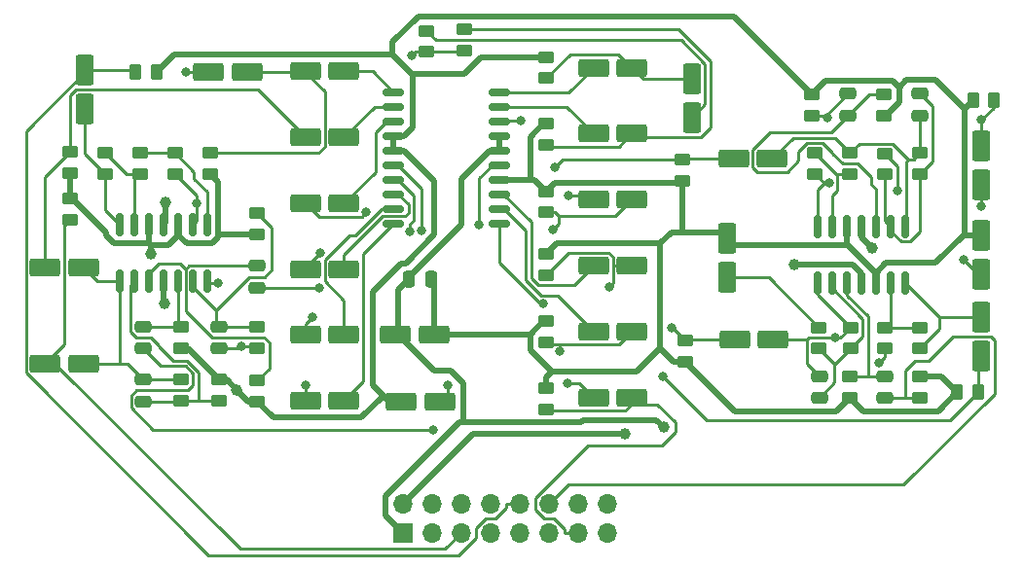
<source format=gtl>
G04 #@! TF.GenerationSoftware,KiCad,Pcbnew,7.0.1-0*
G04 #@! TF.CreationDate,2023-12-28T14:24:05+01:00*
G04 #@! TF.ProjectId,parallel_trail,70617261-6c6c-4656-9c5f-747261696c2e,rev?*
G04 #@! TF.SameCoordinates,Original*
G04 #@! TF.FileFunction,Copper,L1,Top*
G04 #@! TF.FilePolarity,Positive*
%FSLAX46Y46*%
G04 Gerber Fmt 4.6, Leading zero omitted, Abs format (unit mm)*
G04 Created by KiCad (PCBNEW 7.0.1-0) date 2023-12-28 14:24:05*
%MOMM*%
%LPD*%
G01*
G04 APERTURE LIST*
G04 Aperture macros list*
%AMRoundRect*
0 Rectangle with rounded corners*
0 $1 Rounding radius*
0 $2 $3 $4 $5 $6 $7 $8 $9 X,Y pos of 4 corners*
0 Add a 4 corners polygon primitive as box body*
4,1,4,$2,$3,$4,$5,$6,$7,$8,$9,$2,$3,0*
0 Add four circle primitives for the rounded corners*
1,1,$1+$1,$2,$3*
1,1,$1+$1,$4,$5*
1,1,$1+$1,$6,$7*
1,1,$1+$1,$8,$9*
0 Add four rect primitives between the rounded corners*
20,1,$1+$1,$2,$3,$4,$5,0*
20,1,$1+$1,$4,$5,$6,$7,0*
20,1,$1+$1,$6,$7,$8,$9,0*
20,1,$1+$1,$8,$9,$2,$3,0*%
G04 Aperture macros list end*
G04 #@! TA.AperFunction,ComponentPad*
%ADD10R,1.700000X1.700000*%
G04 #@! TD*
G04 #@! TA.AperFunction,ComponentPad*
%ADD11O,1.700000X1.700000*%
G04 #@! TD*
G04 #@! TA.AperFunction,SMDPad,CuDef*
%ADD12RoundRect,0.150000X-0.800000X-0.150000X0.800000X-0.150000X0.800000X0.150000X-0.800000X0.150000X0*%
G04 #@! TD*
G04 #@! TA.AperFunction,SMDPad,CuDef*
%ADD13RoundRect,0.150000X-0.150000X0.825000X-0.150000X-0.825000X0.150000X-0.825000X0.150000X0.825000X0*%
G04 #@! TD*
G04 #@! TA.AperFunction,SMDPad,CuDef*
%ADD14RoundRect,0.150000X0.150000X-0.825000X0.150000X0.825000X-0.150000X0.825000X-0.150000X-0.825000X0*%
G04 #@! TD*
G04 #@! TA.AperFunction,SMDPad,CuDef*
%ADD15RoundRect,0.250000X-0.450000X0.262500X-0.450000X-0.262500X0.450000X-0.262500X0.450000X0.262500X0*%
G04 #@! TD*
G04 #@! TA.AperFunction,SMDPad,CuDef*
%ADD16RoundRect,0.250000X0.450000X-0.262500X0.450000X0.262500X-0.450000X0.262500X-0.450000X-0.262500X0*%
G04 #@! TD*
G04 #@! TA.AperFunction,SMDPad,CuDef*
%ADD17RoundRect,0.250000X0.262500X0.450000X-0.262500X0.450000X-0.262500X-0.450000X0.262500X-0.450000X0*%
G04 #@! TD*
G04 #@! TA.AperFunction,SMDPad,CuDef*
%ADD18RoundRect,0.250000X-0.475000X0.250000X-0.475000X-0.250000X0.475000X-0.250000X0.475000X0.250000X0*%
G04 #@! TD*
G04 #@! TA.AperFunction,SMDPad,CuDef*
%ADD19RoundRect,0.250000X-1.075000X-0.550000X1.075000X-0.550000X1.075000X0.550000X-1.075000X0.550000X0*%
G04 #@! TD*
G04 #@! TA.AperFunction,SMDPad,CuDef*
%ADD20RoundRect,0.250000X1.075000X0.550000X-1.075000X0.550000X-1.075000X-0.550000X1.075000X-0.550000X0*%
G04 #@! TD*
G04 #@! TA.AperFunction,SMDPad,CuDef*
%ADD21RoundRect,0.250000X0.475000X-0.250000X0.475000X0.250000X-0.475000X0.250000X-0.475000X-0.250000X0*%
G04 #@! TD*
G04 #@! TA.AperFunction,SMDPad,CuDef*
%ADD22RoundRect,0.250000X0.250000X0.475000X-0.250000X0.475000X-0.250000X-0.475000X0.250000X-0.475000X0*%
G04 #@! TD*
G04 #@! TA.AperFunction,SMDPad,CuDef*
%ADD23RoundRect,0.250000X-0.550000X1.075000X-0.550000X-1.075000X0.550000X-1.075000X0.550000X1.075000X0*%
G04 #@! TD*
G04 #@! TA.AperFunction,SMDPad,CuDef*
%ADD24RoundRect,0.250000X0.550000X-1.075000X0.550000X1.075000X-0.550000X1.075000X-0.550000X-1.075000X0*%
G04 #@! TD*
G04 #@! TA.AperFunction,ViaPad*
%ADD25C,0.800000*%
G04 #@! TD*
G04 #@! TA.AperFunction,ViaPad*
%ADD26C,1.000000*%
G04 #@! TD*
G04 #@! TA.AperFunction,Conductor*
%ADD27C,0.250000*%
G04 #@! TD*
G04 #@! TA.AperFunction,Conductor*
%ADD28C,0.500000*%
G04 #@! TD*
G04 APERTURE END LIST*
D10*
X81280000Y-128778000D03*
D11*
X81280000Y-126238000D03*
X83820000Y-128778000D03*
X83820000Y-126238000D03*
X86360000Y-128778000D03*
X86360000Y-126238000D03*
X88900000Y-128778000D03*
X88900000Y-126238000D03*
X91440000Y-128778000D03*
X91440000Y-126238000D03*
X93980000Y-128778000D03*
X93980000Y-126238000D03*
X96520000Y-128778000D03*
X96520000Y-126238000D03*
X99060000Y-128778000D03*
X99060000Y-126238000D03*
D12*
X80462000Y-90424000D03*
X80462000Y-91694000D03*
X80462000Y-92964000D03*
X80462000Y-94234000D03*
X80462000Y-95504000D03*
X80462000Y-96774000D03*
X80462000Y-98044000D03*
X80462000Y-99314000D03*
X80462000Y-100584000D03*
X80462000Y-101854000D03*
X89662000Y-101854000D03*
X89662000Y-100584000D03*
X89662000Y-99314000D03*
X89662000Y-98044000D03*
X89662000Y-96774000D03*
X89662000Y-95504000D03*
X89662000Y-94234000D03*
X89662000Y-92964000D03*
X89662000Y-91694000D03*
X89662000Y-90424000D03*
D13*
X124968000Y-102108000D03*
X123698000Y-102108000D03*
X122428000Y-102108000D03*
X121158000Y-102108000D03*
X119888000Y-102108000D03*
X118618000Y-102108000D03*
X117348000Y-102108000D03*
X117348000Y-107058000D03*
X118618000Y-107058000D03*
X119888000Y-107058000D03*
X121158000Y-107058000D03*
X122428000Y-107058000D03*
X123698000Y-107058000D03*
X124968000Y-107058000D03*
D14*
X56642000Y-106869000D03*
X57912000Y-106869000D03*
X59182000Y-106869000D03*
X60452000Y-106869000D03*
X61722000Y-106869000D03*
X62992000Y-106869000D03*
X64262000Y-106869000D03*
X64262000Y-101919000D03*
X62992000Y-101919000D03*
X61722000Y-101919000D03*
X60452000Y-101919000D03*
X59182000Y-101919000D03*
X57912000Y-101919000D03*
X56642000Y-101919000D03*
D15*
X93726000Y-99060000D03*
X93726000Y-100885000D03*
X93726000Y-93171000D03*
X93726000Y-94996000D03*
X93726000Y-87376000D03*
X93726000Y-89201000D03*
X93726000Y-116181500D03*
X93726000Y-118006500D03*
X93726000Y-110339500D03*
X93726000Y-112164500D03*
X93726000Y-104497500D03*
X93726000Y-106322500D03*
X61976000Y-115419500D03*
X61976000Y-117244500D03*
D16*
X65278000Y-117244500D03*
X65278000Y-115419500D03*
D15*
X126238000Y-95711000D03*
X126238000Y-97536000D03*
X120201600Y-110899000D03*
X120201600Y-112724000D03*
D16*
X52324000Y-97432500D03*
X52324000Y-95607500D03*
X64516000Y-97536000D03*
X64516000Y-95711000D03*
D15*
X68580000Y-100941500D03*
X68580000Y-102766500D03*
D16*
X68580000Y-112672500D03*
X68580000Y-110847500D03*
D17*
X131307000Y-116534000D03*
X129482000Y-116534000D03*
X132680500Y-91134000D03*
X130855500Y-91134000D03*
D15*
X126238000Y-110899000D03*
X126238000Y-112724000D03*
X117094000Y-95711000D03*
X117094000Y-97536000D03*
D16*
X123190000Y-110899000D03*
X123190000Y-112724000D03*
D15*
X120142000Y-95711000D03*
X120142000Y-97536000D03*
X105606000Y-96317500D03*
X105606000Y-98142500D03*
X105860000Y-112065500D03*
X105860000Y-113890500D03*
D16*
X123190000Y-97583000D03*
X123190000Y-95758000D03*
X117466400Y-112724000D03*
X117466400Y-110899000D03*
D15*
X123105300Y-90613500D03*
X123105300Y-92438500D03*
X120122800Y-115165500D03*
X120122800Y-116990500D03*
D16*
X116840000Y-92438500D03*
X116840000Y-90613500D03*
X126238000Y-115165500D03*
X126238000Y-116990500D03*
D17*
X59840500Y-88646000D03*
X58015500Y-88646000D03*
D15*
X55372000Y-95711000D03*
X55372000Y-97536000D03*
X58420000Y-95711000D03*
X58420000Y-97536000D03*
D16*
X61468000Y-97536000D03*
X61468000Y-95711000D03*
X86644000Y-86793000D03*
X86644000Y-84968000D03*
X83342000Y-86896500D03*
X83342000Y-85071500D03*
X52324000Y-101496500D03*
X52324000Y-99671500D03*
D15*
X61976000Y-110847500D03*
X61976000Y-112672500D03*
X68580000Y-115523000D03*
X68580000Y-117348000D03*
D18*
X58674000Y-115448000D03*
X58674000Y-117348000D03*
D19*
X97835000Y-116991200D03*
X101185000Y-116991200D03*
X97835000Y-111250800D03*
X101185000Y-111250800D03*
D20*
X76142000Y-117296000D03*
X72792000Y-117296000D03*
X76142000Y-111555600D03*
X72792000Y-111555600D03*
D21*
X65278000Y-112710000D03*
X65278000Y-110810000D03*
D19*
X97835000Y-105510400D03*
X101185000Y-105510400D03*
X97835000Y-99770000D03*
X101185000Y-99770000D03*
D20*
X76142000Y-105815200D03*
X72792000Y-105815200D03*
X76142000Y-100074800D03*
X72792000Y-100074800D03*
X76142000Y-94334400D03*
X72792000Y-94334400D03*
X76142000Y-88594000D03*
X72792000Y-88594000D03*
X84479000Y-117348000D03*
X81129000Y-117348000D03*
D19*
X80621000Y-111506000D03*
X83971000Y-111506000D03*
D22*
X83688000Y-106680000D03*
X81788000Y-106680000D03*
D23*
X131572000Y-110033000D03*
X131572000Y-113383000D03*
D24*
X131572000Y-98449000D03*
X131572000Y-95099000D03*
D20*
X113377000Y-96214000D03*
X110027000Y-96214000D03*
X113480000Y-111962000D03*
X110130000Y-111962000D03*
D21*
X126238000Y-92456000D03*
X126238000Y-90556000D03*
D18*
X117475200Y-115128000D03*
X117475200Y-117028000D03*
D24*
X131572000Y-106271000D03*
X131572000Y-102921000D03*
X109474000Y-106525000D03*
X109474000Y-103175000D03*
D21*
X119972700Y-92456000D03*
X119972700Y-90556000D03*
D19*
X97835000Y-94029600D03*
X101185000Y-94029600D03*
D24*
X53594000Y-91845000D03*
X53594000Y-88495000D03*
D19*
X97835000Y-88289200D03*
X101185000Y-88289200D03*
D18*
X123190000Y-115128000D03*
X123190000Y-117028000D03*
D19*
X64365000Y-88646000D03*
X67715000Y-88646000D03*
D23*
X106426000Y-92607000D03*
X106426000Y-89257000D03*
D20*
X53491000Y-105664000D03*
X50141000Y-105664000D03*
X53491000Y-114046000D03*
X50141000Y-114046000D03*
D18*
X58674000Y-110810000D03*
X58674000Y-112710000D03*
X68580000Y-107442000D03*
X68580000Y-105542000D03*
D25*
X81837900Y-102511800D03*
X82907200Y-102426600D03*
D26*
X60632200Y-100030700D03*
X100558000Y-120148000D03*
X115297900Y-105408100D03*
D25*
X82021800Y-87223300D03*
X63323800Y-100053400D03*
X95608700Y-115761800D03*
X93504400Y-108842700D03*
X94881500Y-112941500D03*
X99257400Y-107345400D03*
X94299100Y-102371400D03*
X95681600Y-99443400D03*
X91530800Y-92918500D03*
X85209200Y-115926200D03*
X87886200Y-101975900D03*
D26*
X60515100Y-108770500D03*
X103928100Y-119584700D03*
X122071400Y-104004400D03*
D25*
X103838300Y-115119500D03*
X74062000Y-104411700D03*
X72792000Y-115879100D03*
X131600600Y-92827100D03*
X131591800Y-100379500D03*
X118345200Y-98337600D03*
X94496700Y-96977500D03*
X73404000Y-110009500D03*
X78073100Y-100849700D03*
X104671200Y-110963800D03*
X122680100Y-113955100D03*
X118881500Y-111811500D03*
X130032200Y-104970900D03*
X124324800Y-99008000D03*
D26*
X66810800Y-116306800D03*
X59349800Y-104449100D03*
D25*
X118176700Y-92632200D03*
X62385600Y-88646000D03*
X65169400Y-107044900D03*
X67249400Y-112491900D03*
X83910600Y-119776400D03*
X74000000Y-107442000D03*
D27*
X84956400Y-130181600D02*
X67147300Y-130181600D01*
X124965800Y-116990500D02*
X124965800Y-114614800D01*
X125777200Y-113803400D02*
X127028300Y-113803400D01*
X129123600Y-111708100D02*
X132396600Y-111708100D01*
X124825600Y-124558700D02*
X95659300Y-124558700D01*
X95659300Y-124558700D02*
X93980000Y-126238000D01*
X124965800Y-114614800D02*
X125777200Y-113803400D01*
X132709800Y-116674500D02*
X124825600Y-124558700D01*
X127028300Y-113803400D02*
X129123600Y-111708100D01*
X132396600Y-111708100D02*
X132709800Y-112021300D01*
X132709800Y-112021300D02*
X132709800Y-116674500D01*
X80856200Y-98044000D02*
X80462000Y-98044000D01*
X82206300Y-99394100D02*
X80856200Y-98044000D01*
X82206300Y-101563800D02*
X82206300Y-99394100D01*
X81837900Y-101932200D02*
X82206300Y-101563800D01*
X81837900Y-102511800D02*
X81837900Y-101932200D01*
X82907200Y-98799200D02*
X82907200Y-102426600D01*
X80882000Y-96774000D02*
X82907200Y-98799200D01*
X80462000Y-96774000D02*
X80882000Y-96774000D01*
D28*
X60632200Y-101738800D02*
X60632200Y-100030700D01*
X60452000Y-101919000D02*
X60632200Y-101738800D01*
X87370000Y-120148000D02*
X100558000Y-120148000D01*
X81280000Y-126238000D02*
X87370000Y-120148000D01*
X121158000Y-106148200D02*
X121158000Y-107058000D01*
X120417900Y-105408100D02*
X121158000Y-106148200D01*
X115297900Y-105408100D02*
X120417900Y-105408100D01*
D27*
X123698000Y-110899000D02*
X123698000Y-107058000D01*
X123190000Y-110899000D02*
X123698000Y-110899000D01*
X123698000Y-110899000D02*
X126238000Y-110899000D01*
X118618000Y-99449900D02*
X118618000Y-102108000D01*
X119075400Y-98992500D02*
X118618000Y-99449900D01*
X119075400Y-97536000D02*
X119075400Y-98992500D01*
X120142000Y-97536000D02*
X119075400Y-97536000D01*
X118919000Y-97536000D02*
X117094000Y-95711000D01*
X119075400Y-97536000D02*
X118919000Y-97536000D01*
X57912000Y-97536000D02*
X57912000Y-101919000D01*
X58420000Y-97536000D02*
X57912000Y-97536000D01*
X57197000Y-97536000D02*
X55372000Y-95711000D01*
X57912000Y-97536000D02*
X57197000Y-97536000D01*
X63110500Y-97353500D02*
X61468000Y-95711000D01*
X63110500Y-97960200D02*
X63110500Y-97353500D01*
X64262000Y-99111700D02*
X63110500Y-97960200D01*
X64262000Y-101919000D02*
X64262000Y-99111700D01*
X61468000Y-95711000D02*
X58420000Y-95711000D01*
X86540500Y-86896500D02*
X83342000Y-86896500D01*
X86644000Y-86793000D02*
X86540500Y-86896500D01*
X82348600Y-86896500D02*
X82021800Y-87223300D01*
X83342000Y-86896500D02*
X82348600Y-86896500D01*
X63323800Y-99391800D02*
X63323800Y-100053400D01*
X61468000Y-97536000D02*
X63323800Y-99391800D01*
X63323800Y-101587200D02*
X62992000Y-101919000D01*
X63323800Y-100053400D02*
X63323800Y-101587200D01*
X61872500Y-117348000D02*
X61976000Y-117244500D01*
X58674000Y-117348000D02*
X61872500Y-117348000D01*
X61976000Y-117244500D02*
X63521000Y-117244500D01*
X63521000Y-117244500D02*
X65278000Y-117244500D01*
X63521000Y-114788100D02*
X63521000Y-117244500D01*
X62499100Y-113766200D02*
X63521000Y-114788100D01*
X61255000Y-113766200D02*
X62499100Y-113766200D01*
X60047500Y-112558700D02*
X61255000Y-113766200D01*
X60047500Y-112458700D02*
X60047500Y-112558700D01*
X59348800Y-111760000D02*
X60047500Y-112458700D01*
X58065000Y-111760000D02*
X59348800Y-111760000D01*
X57590000Y-111285000D02*
X58065000Y-111760000D01*
X57590000Y-107191000D02*
X57590000Y-111285000D01*
X57912000Y-106869000D02*
X57590000Y-107191000D01*
X96520000Y-128778000D02*
X95343100Y-128778000D01*
X101185000Y-116991200D02*
X101185000Y-117573800D01*
X100602400Y-118156400D02*
X101185000Y-117573800D01*
X93875900Y-118156400D02*
X100602400Y-118156400D01*
X93726000Y-118006500D02*
X93875900Y-118156400D01*
X95343100Y-128412200D02*
X95343100Y-128778000D01*
X94438900Y-127508000D02*
X95343100Y-128412200D01*
X93549100Y-127508000D02*
X94438900Y-127508000D01*
X92762400Y-126721300D02*
X93549100Y-127508000D01*
X92762400Y-125762300D02*
X92762400Y-126721300D01*
X97349700Y-121175000D02*
X92762400Y-125762300D01*
X103802400Y-121175000D02*
X97349700Y-121175000D01*
X104963500Y-120013900D02*
X103802400Y-121175000D01*
X104963500Y-119148000D02*
X104963500Y-120013900D01*
X103389300Y-117573800D02*
X104963500Y-119148000D01*
X101185000Y-117573800D02*
X103389300Y-117573800D01*
X89662000Y-105260600D02*
X89662000Y-101854000D01*
X93244100Y-108842700D02*
X89662000Y-105260600D01*
X93504400Y-108842700D02*
X93244100Y-108842700D01*
X96605600Y-115761800D02*
X97835000Y-116991200D01*
X95608700Y-115761800D02*
X96605600Y-115761800D01*
X100046400Y-112389400D02*
X94881500Y-112389400D01*
X101185000Y-111250800D02*
X100046400Y-112389400D01*
X93950900Y-112389400D02*
X93726000Y-112164500D01*
X94881500Y-112389400D02*
X93950900Y-112389400D01*
X94881500Y-112389400D02*
X94881500Y-112941500D01*
X90112100Y-100584000D02*
X89662000Y-100584000D01*
X91946300Y-102418200D02*
X90112100Y-100584000D01*
X91946300Y-106795500D02*
X91946300Y-102418200D01*
X93266600Y-108115800D02*
X91946300Y-106795500D01*
X94700000Y-108115800D02*
X93266600Y-108115800D01*
X97835000Y-111250800D02*
X94700000Y-108115800D01*
X77830500Y-104485500D02*
X80462000Y-101854000D01*
X77830500Y-115607500D02*
X77830500Y-104485500D01*
X76142000Y-117296000D02*
X77830500Y-115607500D01*
X79372800Y-100584000D02*
X80462000Y-100584000D01*
X77091800Y-102865000D02*
X79372800Y-100584000D01*
X76638500Y-102865000D02*
X77091800Y-102865000D01*
X74467200Y-105036300D02*
X76638500Y-102865000D01*
X74467200Y-106881200D02*
X74467200Y-105036300D01*
X76142000Y-108556000D02*
X74467200Y-106881200D01*
X76142000Y-111555600D02*
X76142000Y-108556000D01*
X65315500Y-110847500D02*
X65278000Y-110810000D01*
X68580000Y-110847500D02*
X65315500Y-110847500D01*
X62992000Y-107344200D02*
X65009100Y-109361300D01*
X62992000Y-106869000D02*
X62992000Y-107344200D01*
X65009100Y-110541100D02*
X65009100Y-109361300D01*
X65278000Y-110810000D02*
X65009100Y-110541100D01*
X69842400Y-102203900D02*
X68580000Y-100941500D01*
X69842400Y-105874500D02*
X69842400Y-102203900D01*
X69224900Y-106492000D02*
X69842400Y-105874500D01*
X67878400Y-106492000D02*
X69224900Y-106492000D01*
X65009100Y-109361300D02*
X67878400Y-106492000D01*
X99533100Y-105510400D02*
X101185000Y-105510400D01*
X99533100Y-104730000D02*
X99533100Y-105510400D01*
X99180000Y-104376900D02*
X99533100Y-104730000D01*
X95671600Y-104376900D02*
X99180000Y-104376900D01*
X93726000Y-106322500D02*
X95671600Y-104376900D01*
X99533100Y-107069700D02*
X99257400Y-107345400D01*
X99533100Y-105510400D02*
X99533100Y-107069700D01*
X90025400Y-99314000D02*
X89662000Y-99314000D01*
X92445200Y-101733800D02*
X90025400Y-99314000D01*
X92445200Y-106596900D02*
X92445200Y-101733800D01*
X93047100Y-107198800D02*
X92445200Y-106596900D01*
X96146600Y-107198800D02*
X93047100Y-107198800D01*
X97835000Y-105510400D02*
X96146600Y-107198800D01*
X94520200Y-100885000D02*
X94844600Y-101209400D01*
X93726000Y-100885000D02*
X94520200Y-100885000D01*
X99745600Y-101209400D02*
X101185000Y-99770000D01*
X94844600Y-101209400D02*
X99745600Y-101209400D01*
X94844600Y-101825900D02*
X94299100Y-102371400D01*
X94844600Y-101209400D02*
X94844600Y-101825900D01*
X97508400Y-99443400D02*
X95681600Y-99443400D01*
X97835000Y-99770000D02*
X97508400Y-99443400D01*
X89707500Y-92918500D02*
X89662000Y-92964000D01*
X91530800Y-92918500D02*
X89707500Y-92918500D01*
X80865700Y-99314000D02*
X80462000Y-99314000D01*
X81752000Y-100200300D02*
X80865700Y-99314000D01*
X81752000Y-100924900D02*
X81752000Y-100200300D01*
X81457900Y-101219000D02*
X81752000Y-100924900D01*
X79471700Y-101219000D02*
X81457900Y-101219000D01*
X76142000Y-104548700D02*
X79471700Y-101219000D01*
X76142000Y-105815200D02*
X76142000Y-104548700D01*
X79806100Y-92964000D02*
X80462000Y-92964000D01*
X78867800Y-93902300D02*
X79806100Y-92964000D01*
X78867800Y-97349000D02*
X78867800Y-93902300D01*
X76142000Y-100074800D02*
X78867800Y-97349000D01*
X78782400Y-91694000D02*
X80462000Y-91694000D01*
X76142000Y-94334400D02*
X78782400Y-91694000D01*
X78632000Y-88594000D02*
X80462000Y-90424000D01*
X76142000Y-88594000D02*
X78632000Y-88594000D01*
X85209200Y-116617800D02*
X85209200Y-115926200D01*
X84479000Y-117348000D02*
X85209200Y-116617800D01*
X87886200Y-97911700D02*
X87886200Y-101975900D01*
X89023900Y-96774000D02*
X87886200Y-97911700D01*
X89662000Y-96774000D02*
X89023900Y-96774000D01*
D28*
X89662000Y-94234000D02*
X89662000Y-95504000D01*
X60452000Y-108707400D02*
X60515100Y-108770500D01*
X60452000Y-106869000D02*
X60452000Y-108707400D01*
X80846400Y-111506000D02*
X80621000Y-111506000D01*
X79777400Y-127275400D02*
X81280000Y-128778000D01*
X79777400Y-125575900D02*
X79777400Y-127275400D01*
X86183100Y-119170200D02*
X79777400Y-125575900D01*
X86481300Y-119170200D02*
X86183100Y-119170200D01*
X84003100Y-114662700D02*
X80846400Y-111506000D01*
X85436600Y-114662700D02*
X84003100Y-114662700D01*
X86481300Y-115707400D02*
X85436600Y-114662700D01*
X86481300Y-119170200D02*
X86481300Y-115707400D01*
X103314100Y-118970700D02*
X103928100Y-119584700D01*
X96978300Y-118970700D02*
X103314100Y-118970700D01*
X96777100Y-119171900D02*
X96978300Y-118970700D01*
X86483000Y-119171900D02*
X96777100Y-119171900D01*
X86481300Y-119170200D02*
X86483000Y-119171900D01*
X121158000Y-103091000D02*
X122071400Y-104004400D01*
X121158000Y-102108000D02*
X121158000Y-103091000D01*
X80846400Y-107621600D02*
X81788000Y-106680000D01*
X80846400Y-111506000D02*
X80846400Y-107621600D01*
X88822300Y-95504000D02*
X89662000Y-95504000D01*
X86357400Y-97968900D02*
X88822300Y-95504000D01*
X86357400Y-101954800D02*
X86357400Y-97968900D01*
X81788000Y-106524200D02*
X86357400Y-101954800D01*
X81788000Y-106680000D02*
X81788000Y-106524200D01*
D27*
X131307000Y-113648000D02*
X131307000Y-116534000D01*
X131572000Y-113383000D02*
X131307000Y-113648000D01*
X72792000Y-105681700D02*
X74062000Y-104411700D01*
X72792000Y-105815200D02*
X72792000Y-105681700D01*
X107699200Y-118980400D02*
X103838300Y-115119500D01*
X128860600Y-118980400D02*
X107699200Y-118980400D01*
X131307000Y-116534000D02*
X128860600Y-118980400D01*
X127943000Y-111019000D02*
X126238000Y-112724000D01*
X127943000Y-110033000D02*
X127943000Y-111019000D01*
X131572000Y-110033000D02*
X127943000Y-110033000D01*
X127943000Y-110033000D02*
X124968000Y-107058000D01*
X132680500Y-91747200D02*
X132680500Y-91134000D01*
X131600600Y-92827100D02*
X132680500Y-91747200D01*
X131600600Y-95070400D02*
X131600600Y-92827100D01*
X131572000Y-95099000D02*
X131600600Y-95070400D01*
X72792000Y-117296000D02*
X72792000Y-115879100D01*
X117348000Y-98885200D02*
X117895600Y-98337600D01*
X117348000Y-102108000D02*
X117348000Y-98885200D01*
X118345200Y-98337600D02*
X117895600Y-98337600D01*
X117895600Y-98337600D02*
X117094000Y-97536000D01*
X131591800Y-98468800D02*
X131591800Y-100379500D01*
X131572000Y-98449000D02*
X131591800Y-98468800D01*
X72792000Y-110621500D02*
X72792000Y-111555600D01*
X73404000Y-110009500D02*
X72792000Y-110621500D01*
X105709500Y-96214000D02*
X105606000Y-96317500D01*
X110027000Y-96214000D02*
X105709500Y-96214000D01*
X95156700Y-96317500D02*
X94496700Y-96977500D01*
X105606000Y-96317500D02*
X95156700Y-96317500D01*
X105963500Y-111962000D02*
X105860000Y-112065500D01*
X110130000Y-111962000D02*
X105963500Y-111962000D01*
X104758300Y-110963800D02*
X105860000Y-112065500D01*
X104671200Y-110963800D02*
X104758300Y-110963800D01*
X77689400Y-101233400D02*
X78073100Y-100849700D01*
X73950600Y-101233400D02*
X77689400Y-101233400D01*
X72792000Y-100074800D02*
X73950600Y-101233400D01*
X123190000Y-101600000D02*
X123698000Y-102108000D01*
X123190000Y-97583000D02*
X123190000Y-101600000D01*
X127330200Y-96443800D02*
X126238000Y-97536000D01*
X127330200Y-91648200D02*
X127330200Y-96443800D01*
X126238000Y-90556000D02*
X127330200Y-91648200D01*
X123698000Y-102505900D02*
X123698000Y-102108000D01*
X124603900Y-103411800D02*
X123698000Y-102505900D01*
X125342600Y-103411800D02*
X124603900Y-103411800D01*
X126238000Y-102516400D02*
X125342600Y-103411800D01*
X126238000Y-97536000D02*
X126238000Y-102516400D01*
X126238000Y-92456000D02*
X126238000Y-95711000D01*
X125696400Y-96252600D02*
X126238000Y-95711000D01*
X125248400Y-96252600D02*
X125696400Y-96252600D01*
X125059900Y-96441100D02*
X125248400Y-96252600D01*
X125059900Y-102016100D02*
X125059900Y-96441100D01*
X124968000Y-102108000D02*
X125059900Y-102016100D01*
X120945800Y-94907200D02*
X120142000Y-95711000D01*
X123903000Y-94907200D02*
X120945800Y-94907200D01*
X125248400Y-96252600D02*
X123903000Y-94907200D01*
X118824100Y-94393100D02*
X120142000Y-95711000D01*
X115197900Y-94393100D02*
X118824100Y-94393100D01*
X113377000Y-96214000D02*
X115197900Y-94393100D01*
X118618000Y-107478100D02*
X118618000Y-107058000D01*
X121274600Y-110134700D02*
X118618000Y-107478100D01*
X121274600Y-111651000D02*
X121274600Y-110134700D01*
X120201600Y-112724000D02*
X121274600Y-111651000D01*
X118856500Y-114069100D02*
X120201600Y-112724000D01*
X118811500Y-114069100D02*
X118856500Y-114069100D01*
X117466400Y-112724000D02*
X118811500Y-114069100D01*
X118811500Y-115691700D02*
X117475200Y-117028000D01*
X118811500Y-114069100D02*
X118811500Y-115691700D01*
X117348000Y-108045400D02*
X117348000Y-107058000D01*
X120201600Y-110899000D02*
X117348000Y-108045400D01*
X123190000Y-113445200D02*
X122680100Y-113955100D01*
X123190000Y-112724000D02*
X123190000Y-113445200D01*
X119289100Y-111811500D02*
X120201600Y-110899000D01*
X118881500Y-111811500D02*
X119289100Y-111811500D01*
X113480000Y-111962000D02*
X116438500Y-111962000D01*
X116438500Y-114091300D02*
X116438500Y-111962000D01*
X117475200Y-115128000D02*
X116438500Y-114091300D01*
X116589000Y-111811500D02*
X118881500Y-111811500D01*
X116438500Y-111962000D02*
X116589000Y-111811500D01*
X131332300Y-106271000D02*
X130032200Y-104970900D01*
X131572000Y-106271000D02*
X131332300Y-106271000D01*
X124324800Y-96892800D02*
X124324800Y-99008000D01*
X123190000Y-95758000D02*
X124324800Y-96892800D01*
D28*
X128113500Y-115165500D02*
X129482000Y-116534000D01*
X126238000Y-115165500D02*
X128113500Y-115165500D01*
X118932400Y-118180900D02*
X120122800Y-116990500D01*
X110150400Y-118180900D02*
X118932400Y-118180900D01*
X105860000Y-113890500D02*
X110150400Y-118180900D01*
X124462600Y-91260200D02*
X124462600Y-89969800D01*
X123284300Y-92438500D02*
X124462600Y-91260200D01*
X123105300Y-92438500D02*
X123284300Y-92438500D01*
X118057000Y-89396500D02*
X116840000Y-90613500D01*
X123889300Y-89396500D02*
X118057000Y-89396500D01*
X124462600Y-89969800D02*
X123889300Y-89396500D01*
X86640400Y-88795200D02*
X82091800Y-88795200D01*
X88059600Y-87376000D02*
X86640400Y-88795200D01*
X93726000Y-87376000D02*
X88059600Y-87376000D01*
X61345500Y-87141000D02*
X59840500Y-88646000D01*
X80357100Y-87141000D02*
X61345500Y-87141000D01*
X80357100Y-86034300D02*
X80357100Y-87141000D01*
X82592100Y-83799300D02*
X80357100Y-86034300D01*
X110025800Y-83799300D02*
X82592100Y-83799300D01*
X116840000Y-90613500D02*
X110025800Y-83799300D01*
X82011300Y-88795200D02*
X82091800Y-88795200D01*
X80357100Y-87141000D02*
X82011300Y-88795200D01*
X67852000Y-117348000D02*
X66810800Y-116306800D01*
X68580000Y-117348000D02*
X67852000Y-117348000D01*
X121313200Y-118180900D02*
X120122800Y-116990500D01*
X127835100Y-118180900D02*
X121313200Y-118180900D01*
X129482000Y-116534000D02*
X127835100Y-118180900D01*
X65923500Y-115419500D02*
X66810800Y-116306800D01*
X65278000Y-115419500D02*
X65923500Y-115419500D01*
X62531000Y-112672500D02*
X61976000Y-112672500D01*
X65278000Y-115419500D02*
X62531000Y-112672500D01*
X93726000Y-115264300D02*
X93726000Y-116181500D01*
X94244900Y-114745400D02*
X93726000Y-115264300D01*
X101576400Y-114705300D02*
X103619300Y-112662400D01*
X94285000Y-114705300D02*
X101576400Y-114705300D01*
X94244900Y-114745400D02*
X94285000Y-114705300D01*
X104847400Y-113890500D02*
X105860000Y-113890500D01*
X103619300Y-112662400D02*
X104847400Y-113890500D01*
X59182000Y-103546500D02*
X59182000Y-101919000D01*
X68580000Y-102766500D02*
X65214500Y-102766500D01*
X65214500Y-98234500D02*
X65214500Y-102766500D01*
X64516000Y-97536000D02*
X65214500Y-98234500D01*
X62461700Y-103579400D02*
X61722000Y-102839700D01*
X64713000Y-103579400D02*
X62461700Y-103579400D01*
X65214500Y-103077900D02*
X64713000Y-103579400D01*
X65214500Y-102766500D02*
X65214500Y-103077900D01*
X61722000Y-102839700D02*
X61722000Y-101919000D01*
X81322200Y-94234000D02*
X80462000Y-94234000D01*
X82091800Y-93464400D02*
X81322200Y-94234000D01*
X82091800Y-88795200D02*
X82091800Y-93464400D01*
X80462000Y-94234000D02*
X80462000Y-95504000D01*
X77637500Y-118748900D02*
X79565500Y-116820900D01*
X69980900Y-118748900D02*
X77637500Y-118748900D01*
X68580000Y-117348000D02*
X69980900Y-118748900D01*
X80092600Y-117348000D02*
X79565500Y-116820900D01*
X81129000Y-117348000D02*
X80092600Y-117348000D01*
X81369800Y-95504000D02*
X80462000Y-95504000D01*
X84012500Y-98146700D02*
X81369800Y-95504000D01*
X84012500Y-102809200D02*
X84012500Y-98146700D01*
X81519600Y-105302100D02*
X84012500Y-102809200D01*
X81112700Y-105302100D02*
X81519600Y-105302100D01*
X78643200Y-107771600D02*
X81112700Y-105302100D01*
X78643200Y-115898600D02*
X78643200Y-107771600D01*
X79565500Y-116820900D02*
X78643200Y-115898600D01*
X92337500Y-112838000D02*
X92337500Y-111506000D01*
X94244900Y-114745400D02*
X92337500Y-112838000D01*
X93504000Y-110339500D02*
X93726000Y-110339500D01*
X92337500Y-111506000D02*
X93504000Y-110339500D01*
X92337500Y-111506000D02*
X83971000Y-111506000D01*
X83971000Y-106963000D02*
X83688000Y-106680000D01*
X83971000Y-111506000D02*
X83971000Y-106963000D01*
X119888000Y-103602600D02*
X119888000Y-102108000D01*
X119888000Y-103602600D02*
X122428000Y-106142600D01*
X122428000Y-106142600D02*
X122428000Y-107058000D01*
X130855500Y-91134000D02*
X130101900Y-91887600D01*
X125073300Y-89359100D02*
X124462600Y-89969800D01*
X127573400Y-89359100D02*
X125073300Y-89359100D01*
X130101900Y-91887600D02*
X127573400Y-89359100D01*
X123279000Y-105291600D02*
X122428000Y-106142600D01*
X127585200Y-105291600D02*
X123279000Y-105291600D01*
X130101900Y-102774900D02*
X127585200Y-105291600D01*
X130101900Y-91887600D02*
X130101900Y-102774900D01*
X130248000Y-102921000D02*
X131572000Y-102921000D01*
X130101900Y-102774900D02*
X130248000Y-102921000D01*
X59349800Y-104449100D02*
X59349800Y-103714300D01*
X60847400Y-103714300D02*
X59349800Y-103714300D01*
X61722000Y-102839700D02*
X60847400Y-103714300D01*
X59349800Y-103714300D02*
X59182000Y-103546500D01*
X56132000Y-103546500D02*
X59182000Y-103546500D01*
X55467300Y-102881800D02*
X56132000Y-103546500D01*
X55467300Y-102637100D02*
X55467300Y-102881800D01*
X52501700Y-99671500D02*
X55467300Y-102637100D01*
X52324000Y-99671500D02*
X52501700Y-99671500D01*
X52324000Y-99671500D02*
X52324000Y-97432500D01*
X92324300Y-98044000D02*
X89662000Y-98044000D01*
X92324300Y-94343200D02*
X92324300Y-98044000D01*
X93496500Y-93171000D02*
X92324300Y-94343200D01*
X93726000Y-93171000D02*
X93496500Y-93171000D01*
X119755100Y-103735500D02*
X119888000Y-103602600D01*
X110034500Y-103735500D02*
X119755100Y-103735500D01*
X109474000Y-103175000D02*
X110034500Y-103735500D01*
X103619300Y-112662400D02*
X103619300Y-103588300D01*
X94635200Y-103588300D02*
X93726000Y-104497500D01*
X103619300Y-103588300D02*
X94635200Y-103588300D01*
X104612700Y-102594900D02*
X105606000Y-102594900D01*
X103619300Y-103588300D02*
X104612700Y-102594900D01*
X108893900Y-102594900D02*
X109474000Y-103175000D01*
X105606000Y-102594900D02*
X108893900Y-102594900D01*
X92710000Y-98044000D02*
X92324300Y-98044000D01*
X93726000Y-99060000D02*
X92710000Y-98044000D01*
X94489400Y-98296600D02*
X93726000Y-99060000D01*
X105606000Y-98296600D02*
X94489400Y-98296600D01*
X105606000Y-102594900D02*
X105606000Y-98296600D01*
X105606000Y-98296600D02*
X105606000Y-98142500D01*
D27*
X113092400Y-106525000D02*
X117466400Y-110899000D01*
X109474000Y-106525000D02*
X113092400Y-106525000D01*
X118090200Y-92545700D02*
X118176700Y-92632200D01*
X118090200Y-92438500D02*
X118090200Y-92545700D01*
X116840000Y-92438500D02*
X118090200Y-92438500D01*
X118090200Y-92438500D02*
X119972700Y-90556000D01*
X121815200Y-90613500D02*
X119972700Y-92456000D01*
X123105300Y-90613500D02*
X121815200Y-90613500D01*
X122428000Y-98865900D02*
X122428000Y-102108000D01*
X121984000Y-98421900D02*
X122428000Y-98865900D01*
X121984000Y-97818000D02*
X121984000Y-98421900D01*
X120789500Y-96623500D02*
X121984000Y-97818000D01*
X119502900Y-96623500D02*
X120789500Y-96623500D01*
X118652400Y-95773000D02*
X119502900Y-96623500D01*
X118652400Y-95714700D02*
X118652400Y-95773000D01*
X117802200Y-94864500D02*
X118652400Y-95714700D01*
X116405700Y-94864500D02*
X117802200Y-94864500D01*
X115655300Y-95614900D02*
X116405700Y-94864500D01*
X115655300Y-96384900D02*
X115655300Y-95614900D01*
X114684400Y-97355800D02*
X115655300Y-96384900D01*
X112064100Y-97355800D02*
X114684400Y-97355800D01*
X111702000Y-96993700D02*
X112064100Y-97355800D01*
X111702000Y-95430900D02*
X111702000Y-96993700D01*
X113211200Y-93921700D02*
X111702000Y-95430900D01*
X118507000Y-93921700D02*
X113211200Y-93921700D01*
X119972700Y-92456000D02*
X118507000Y-93921700D01*
X101451700Y-94296300D02*
X101185000Y-94029600D01*
X107201900Y-94296300D02*
X101451700Y-94296300D01*
X108031700Y-93466500D02*
X107201900Y-94296300D01*
X108031700Y-87749500D02*
X108031700Y-93466500D01*
X105250200Y-84968000D02*
X108031700Y-87749500D01*
X86644000Y-84968000D02*
X105250200Y-84968000D01*
X93890900Y-95160900D02*
X93726000Y-94996000D01*
X100053700Y-95160900D02*
X93890900Y-95160900D01*
X101185000Y-94029600D02*
X100053700Y-95160900D01*
X95499400Y-91694000D02*
X89662000Y-91694000D01*
X97835000Y-94029600D02*
X95499400Y-91694000D01*
X53594000Y-88495000D02*
X53886800Y-88495000D01*
X57864500Y-88495000D02*
X58015500Y-88646000D01*
X53886800Y-88495000D02*
X57864500Y-88495000D01*
X90263100Y-126603800D02*
X90263100Y-126238000D01*
X89358900Y-127508000D02*
X90263100Y-126603800D01*
X88469100Y-127508000D02*
X89358900Y-127508000D01*
X87630000Y-128347100D02*
X88469100Y-127508000D01*
X87630000Y-129176500D02*
X87630000Y-128347100D01*
X86108800Y-130697700D02*
X87630000Y-129176500D01*
X64329700Y-130697700D02*
X86108800Y-130697700D01*
X48468400Y-114836400D02*
X64329700Y-130697700D01*
X48468400Y-93807700D02*
X48468400Y-114836400D01*
X53781100Y-88495000D02*
X48468400Y-93807700D01*
X53886800Y-88495000D02*
X53781100Y-88495000D01*
X91440000Y-126238000D02*
X90263100Y-126238000D01*
X55372000Y-100649000D02*
X55372000Y-97536000D01*
X56642000Y-101919000D02*
X55372000Y-100649000D01*
X53594000Y-95758000D02*
X53594000Y-91845000D01*
X55372000Y-97536000D02*
X53594000Y-95758000D01*
X95700200Y-90424000D02*
X89662000Y-90424000D01*
X97835000Y-88289200D02*
X95700200Y-90424000D01*
X124928300Y-117028000D02*
X124965800Y-116990500D01*
X123190000Y-117028000D02*
X124928300Y-117028000D01*
X124965800Y-116990500D02*
X126238000Y-116990500D01*
X120160300Y-115128000D02*
X121726500Y-115128000D01*
X120122800Y-115165500D02*
X120160300Y-115128000D01*
X121726500Y-115128000D02*
X123190000Y-115128000D01*
X119888000Y-108108900D02*
X119888000Y-107058000D01*
X121726500Y-109947400D02*
X119888000Y-108108900D01*
X121726500Y-115128000D02*
X121726500Y-109947400D01*
X72792000Y-88594000D02*
X72740000Y-88646000D01*
X72740000Y-88646000D02*
X67715000Y-88646000D01*
X73924900Y-95711000D02*
X64516000Y-95711000D01*
X74466900Y-95169000D02*
X73924900Y-95711000D01*
X74466900Y-90372900D02*
X74466900Y-95169000D01*
X72740000Y-88646000D02*
X74466900Y-90372900D01*
X64437900Y-107044900D02*
X65169400Y-107044900D01*
X64262000Y-106869000D02*
X64437900Y-107044900D01*
X64365000Y-88646000D02*
X62385600Y-88646000D01*
X68399400Y-112491900D02*
X68580000Y-112672500D01*
X67249400Y-112491900D02*
X68399400Y-112491900D01*
X67031300Y-112710000D02*
X67249400Y-112491900D01*
X65278000Y-112710000D02*
X67031300Y-112710000D01*
X84151000Y-85880500D02*
X83342000Y-85071500D01*
X105495200Y-85880500D02*
X84151000Y-85880500D01*
X107553900Y-87939200D02*
X105495200Y-85880500D01*
X107553900Y-91479100D02*
X107553900Y-87939200D01*
X106426000Y-92607000D02*
X107553900Y-91479100D01*
X95797200Y-87129800D02*
X93726000Y-89201000D01*
X100025600Y-87129800D02*
X95797200Y-87129800D01*
X101185000Y-88289200D02*
X100025600Y-87129800D01*
X102152800Y-89257000D02*
X101185000Y-88289200D01*
X106426000Y-89257000D02*
X102152800Y-89257000D01*
X68627600Y-90170000D02*
X72792000Y-94334400D01*
X52822900Y-90170000D02*
X68627600Y-90170000D01*
X52324000Y-90668900D02*
X52822900Y-90170000D01*
X52324000Y-95607500D02*
X52324000Y-90668900D01*
X50141000Y-97790500D02*
X52324000Y-95607500D01*
X50141000Y-105664000D02*
X50141000Y-97790500D01*
X50141000Y-114046000D02*
X50576400Y-113610600D01*
X51815900Y-102004600D02*
X52324000Y-101496500D01*
X51815900Y-112371100D02*
X51815900Y-102004600D01*
X50576400Y-113610600D02*
X51815900Y-112371100D01*
X67147300Y-130181600D02*
X50576400Y-113610600D01*
X86360000Y-128778000D02*
X84956400Y-130181600D01*
X53491000Y-114046000D02*
X56642000Y-114046000D01*
X57272000Y-114046000D02*
X58674000Y-115448000D01*
X56642000Y-114046000D02*
X57272000Y-114046000D01*
X61947500Y-115448000D02*
X58674000Y-115448000D01*
X61976000Y-115419500D02*
X61947500Y-115448000D01*
X56642000Y-114046000D02*
X56642000Y-106869000D01*
X54696000Y-106869000D02*
X53491000Y-105664000D01*
X56642000Y-106869000D02*
X54696000Y-106869000D01*
X59533600Y-119776400D02*
X83910600Y-119776400D01*
X57620100Y-117862900D02*
X59533600Y-119776400D01*
X57620100Y-116809600D02*
X57620100Y-117862900D01*
X58083000Y-116346700D02*
X57620100Y-116809600D01*
X62591800Y-116346700D02*
X58083000Y-116346700D01*
X63013000Y-115925500D02*
X62591800Y-116346700D01*
X63013000Y-114919200D02*
X63013000Y-115925500D01*
X62360400Y-114266600D02*
X63013000Y-114919200D01*
X60230600Y-114266600D02*
X62360400Y-114266600D01*
X58674000Y-112710000D02*
X60230600Y-114266600D01*
X61722000Y-110810000D02*
X61722000Y-106869000D01*
X58674000Y-110810000D02*
X61722000Y-110810000D01*
X61938500Y-110810000D02*
X61976000Y-110847500D01*
X61722000Y-110810000D02*
X61938500Y-110810000D01*
X68580000Y-107442000D02*
X74000000Y-107442000D01*
X61897300Y-105342600D02*
X62357000Y-105802300D01*
X60018700Y-105342600D02*
X61897300Y-105342600D01*
X59182000Y-106179300D02*
X60018700Y-105342600D01*
X59182000Y-106869000D02*
X59182000Y-106179300D01*
X68580000Y-105542100D02*
X68580000Y-105542000D01*
X62617200Y-105542100D02*
X68580000Y-105542100D01*
X62357000Y-105802300D02*
X62617200Y-105542100D01*
X69639000Y-114464000D02*
X68580000Y-115523000D01*
X69639000Y-112190100D02*
X69639000Y-114464000D01*
X69181800Y-111732900D02*
X69639000Y-112190100D01*
X64646900Y-111732900D02*
X69181800Y-111732900D01*
X62357000Y-109443000D02*
X64646900Y-111732900D01*
X62357000Y-105802300D02*
X62357000Y-109443000D01*
M02*

</source>
